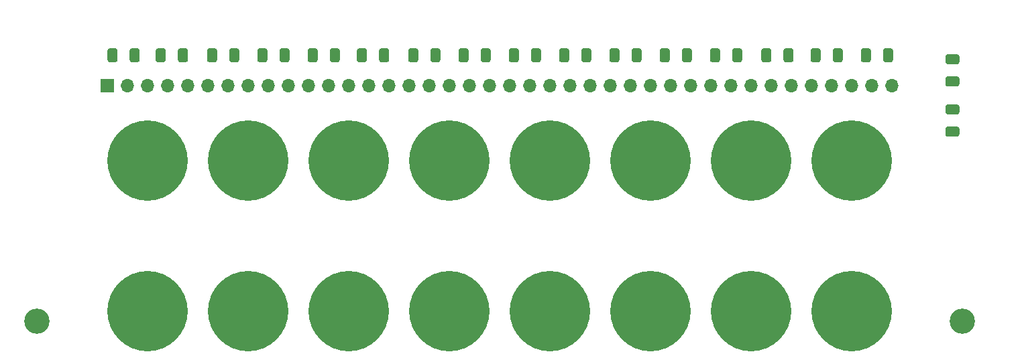
<source format=gbr>
G04 #@! TF.GenerationSoftware,KiCad,Pcbnew,5.1.8+dfsg1-1+b1*
G04 #@! TF.CreationDate,2021-05-07T11:53:53-05:00*
G04 #@! TF.ProjectId,front-panel,66726f6e-742d-4706-916e-656c2e6b6963,A*
G04 #@! TF.SameCoordinates,Original*
G04 #@! TF.FileFunction,Soldermask,Top*
G04 #@! TF.FilePolarity,Negative*
%FSLAX46Y46*%
G04 Gerber Fmt 4.6, Leading zero omitted, Abs format (unit mm)*
G04 Created by KiCad (PCBNEW 5.1.8+dfsg1-1+b1) date 2021-05-07 11:53:53*
%MOMM*%
%LPD*%
G01*
G04 APERTURE LIST*
%ADD10C,3.200000*%
%ADD11C,10.160000*%
%ADD12O,1.700000X1.700000*%
%ADD13R,1.700000X1.700000*%
G04 APERTURE END LIST*
D10*
X172720000Y-106045000D03*
X55880000Y-106045000D03*
D11*
X133350000Y-104775000D03*
G36*
G01*
X170825000Y-75070000D02*
X172075000Y-75070000D01*
G75*
G02*
X172325000Y-75320000I0J-250000D01*
G01*
X172325000Y-76070000D01*
G75*
G02*
X172075000Y-76320000I-250000J0D01*
G01*
X170825000Y-76320000D01*
G75*
G02*
X170575000Y-76070000I0J250000D01*
G01*
X170575000Y-75320000D01*
G75*
G02*
X170825000Y-75070000I250000J0D01*
G01*
G37*
G36*
G01*
X170825000Y-72270000D02*
X172075000Y-72270000D01*
G75*
G02*
X172325000Y-72520000I0J-250000D01*
G01*
X172325000Y-73270000D01*
G75*
G02*
X172075000Y-73520000I-250000J0D01*
G01*
X170825000Y-73520000D01*
G75*
G02*
X170575000Y-73270000I0J250000D01*
G01*
X170575000Y-72520000D01*
G75*
G02*
X170825000Y-72270000I250000J0D01*
G01*
G37*
G36*
G01*
X172075000Y-79870000D02*
X170825000Y-79870000D01*
G75*
G02*
X170575000Y-79620000I0J250000D01*
G01*
X170575000Y-78870000D01*
G75*
G02*
X170825000Y-78620000I250000J0D01*
G01*
X172075000Y-78620000D01*
G75*
G02*
X172325000Y-78870000I0J-250000D01*
G01*
X172325000Y-79620000D01*
G75*
G02*
X172075000Y-79870000I-250000J0D01*
G01*
G37*
G36*
G01*
X172075000Y-82670000D02*
X170825000Y-82670000D01*
G75*
G02*
X170575000Y-82420000I0J250000D01*
G01*
X170575000Y-81670000D01*
G75*
G02*
X170825000Y-81420000I250000J0D01*
G01*
X172075000Y-81420000D01*
G75*
G02*
X172325000Y-81670000I0J-250000D01*
G01*
X172325000Y-82420000D01*
G75*
G02*
X172075000Y-82670000I-250000J0D01*
G01*
G37*
X158750000Y-85725000D03*
X133350000Y-85725000D03*
X107950000Y-85725000D03*
X82550000Y-85725000D03*
X146050000Y-85725000D03*
X120650000Y-85725000D03*
X95250000Y-85725000D03*
X69850000Y-85725000D03*
X158750000Y-104775000D03*
X107950000Y-104775000D03*
X82550000Y-104775000D03*
X146050000Y-104775000D03*
X120650000Y-104775000D03*
X95250000Y-104775000D03*
X69850000Y-104775000D03*
G36*
G01*
X156350000Y-73015000D02*
X156350000Y-71765000D01*
G75*
G02*
X156600000Y-71515000I250000J0D01*
G01*
X157350000Y-71515000D01*
G75*
G02*
X157600000Y-71765000I0J-250000D01*
G01*
X157600000Y-73015000D01*
G75*
G02*
X157350000Y-73265000I-250000J0D01*
G01*
X156600000Y-73265000D01*
G75*
G02*
X156350000Y-73015000I0J250000D01*
G01*
G37*
G36*
G01*
X153550000Y-73015000D02*
X153550000Y-71765000D01*
G75*
G02*
X153800000Y-71515000I250000J0D01*
G01*
X154550000Y-71515000D01*
G75*
G02*
X154800000Y-71765000I0J-250000D01*
G01*
X154800000Y-73015000D01*
G75*
G02*
X154550000Y-73265000I-250000J0D01*
G01*
X153800000Y-73265000D01*
G75*
G02*
X153550000Y-73015000I0J250000D01*
G01*
G37*
G36*
G01*
X130950000Y-73015000D02*
X130950000Y-71765000D01*
G75*
G02*
X131200000Y-71515000I250000J0D01*
G01*
X131950000Y-71515000D01*
G75*
G02*
X132200000Y-71765000I0J-250000D01*
G01*
X132200000Y-73015000D01*
G75*
G02*
X131950000Y-73265000I-250000J0D01*
G01*
X131200000Y-73265000D01*
G75*
G02*
X130950000Y-73015000I0J250000D01*
G01*
G37*
G36*
G01*
X128150000Y-73015000D02*
X128150000Y-71765000D01*
G75*
G02*
X128400000Y-71515000I250000J0D01*
G01*
X129150000Y-71515000D01*
G75*
G02*
X129400000Y-71765000I0J-250000D01*
G01*
X129400000Y-73015000D01*
G75*
G02*
X129150000Y-73265000I-250000J0D01*
G01*
X128400000Y-73265000D01*
G75*
G02*
X128150000Y-73015000I0J250000D01*
G01*
G37*
G36*
G01*
X105550000Y-73015000D02*
X105550000Y-71765000D01*
G75*
G02*
X105800000Y-71515000I250000J0D01*
G01*
X106550000Y-71515000D01*
G75*
G02*
X106800000Y-71765000I0J-250000D01*
G01*
X106800000Y-73015000D01*
G75*
G02*
X106550000Y-73265000I-250000J0D01*
G01*
X105800000Y-73265000D01*
G75*
G02*
X105550000Y-73015000I0J250000D01*
G01*
G37*
G36*
G01*
X102750000Y-73015000D02*
X102750000Y-71765000D01*
G75*
G02*
X103000000Y-71515000I250000J0D01*
G01*
X103750000Y-71515000D01*
G75*
G02*
X104000000Y-71765000I0J-250000D01*
G01*
X104000000Y-73015000D01*
G75*
G02*
X103750000Y-73265000I-250000J0D01*
G01*
X103000000Y-73265000D01*
G75*
G02*
X102750000Y-73015000I0J250000D01*
G01*
G37*
G36*
G01*
X80150000Y-73015000D02*
X80150000Y-71765000D01*
G75*
G02*
X80400000Y-71515000I250000J0D01*
G01*
X81150000Y-71515000D01*
G75*
G02*
X81400000Y-71765000I0J-250000D01*
G01*
X81400000Y-73015000D01*
G75*
G02*
X81150000Y-73265000I-250000J0D01*
G01*
X80400000Y-73265000D01*
G75*
G02*
X80150000Y-73015000I0J250000D01*
G01*
G37*
G36*
G01*
X77350000Y-73015000D02*
X77350000Y-71765000D01*
G75*
G02*
X77600000Y-71515000I250000J0D01*
G01*
X78350000Y-71515000D01*
G75*
G02*
X78600000Y-71765000I0J-250000D01*
G01*
X78600000Y-73015000D01*
G75*
G02*
X78350000Y-73265000I-250000J0D01*
G01*
X77600000Y-73265000D01*
G75*
G02*
X77350000Y-73015000I0J250000D01*
G01*
G37*
G36*
G01*
X143650000Y-73015000D02*
X143650000Y-71765000D01*
G75*
G02*
X143900000Y-71515000I250000J0D01*
G01*
X144650000Y-71515000D01*
G75*
G02*
X144900000Y-71765000I0J-250000D01*
G01*
X144900000Y-73015000D01*
G75*
G02*
X144650000Y-73265000I-250000J0D01*
G01*
X143900000Y-73265000D01*
G75*
G02*
X143650000Y-73015000I0J250000D01*
G01*
G37*
G36*
G01*
X140850000Y-73015000D02*
X140850000Y-71765000D01*
G75*
G02*
X141100000Y-71515000I250000J0D01*
G01*
X141850000Y-71515000D01*
G75*
G02*
X142100000Y-71765000I0J-250000D01*
G01*
X142100000Y-73015000D01*
G75*
G02*
X141850000Y-73265000I-250000J0D01*
G01*
X141100000Y-73265000D01*
G75*
G02*
X140850000Y-73015000I0J250000D01*
G01*
G37*
G36*
G01*
X118250000Y-73015000D02*
X118250000Y-71765000D01*
G75*
G02*
X118500000Y-71515000I250000J0D01*
G01*
X119250000Y-71515000D01*
G75*
G02*
X119500000Y-71765000I0J-250000D01*
G01*
X119500000Y-73015000D01*
G75*
G02*
X119250000Y-73265000I-250000J0D01*
G01*
X118500000Y-73265000D01*
G75*
G02*
X118250000Y-73015000I0J250000D01*
G01*
G37*
G36*
G01*
X115450000Y-73015000D02*
X115450000Y-71765000D01*
G75*
G02*
X115700000Y-71515000I250000J0D01*
G01*
X116450000Y-71515000D01*
G75*
G02*
X116700000Y-71765000I0J-250000D01*
G01*
X116700000Y-73015000D01*
G75*
G02*
X116450000Y-73265000I-250000J0D01*
G01*
X115700000Y-73265000D01*
G75*
G02*
X115450000Y-73015000I0J250000D01*
G01*
G37*
G36*
G01*
X92850000Y-73015000D02*
X92850000Y-71765000D01*
G75*
G02*
X93100000Y-71515000I250000J0D01*
G01*
X93850000Y-71515000D01*
G75*
G02*
X94100000Y-71765000I0J-250000D01*
G01*
X94100000Y-73015000D01*
G75*
G02*
X93850000Y-73265000I-250000J0D01*
G01*
X93100000Y-73265000D01*
G75*
G02*
X92850000Y-73015000I0J250000D01*
G01*
G37*
G36*
G01*
X90050000Y-73015000D02*
X90050000Y-71765000D01*
G75*
G02*
X90300000Y-71515000I250000J0D01*
G01*
X91050000Y-71515000D01*
G75*
G02*
X91300000Y-71765000I0J-250000D01*
G01*
X91300000Y-73015000D01*
G75*
G02*
X91050000Y-73265000I-250000J0D01*
G01*
X90300000Y-73265000D01*
G75*
G02*
X90050000Y-73015000I0J250000D01*
G01*
G37*
G36*
G01*
X67580000Y-73015000D02*
X67580000Y-71765000D01*
G75*
G02*
X67830000Y-71515000I250000J0D01*
G01*
X68580000Y-71515000D01*
G75*
G02*
X68830000Y-71765000I0J-250000D01*
G01*
X68830000Y-73015000D01*
G75*
G02*
X68580000Y-73265000I-250000J0D01*
G01*
X67830000Y-73265000D01*
G75*
G02*
X67580000Y-73015000I0J250000D01*
G01*
G37*
G36*
G01*
X64780000Y-73015000D02*
X64780000Y-71765000D01*
G75*
G02*
X65030000Y-71515000I250000J0D01*
G01*
X65780000Y-71515000D01*
G75*
G02*
X66030000Y-71765000I0J-250000D01*
G01*
X66030000Y-73015000D01*
G75*
G02*
X65780000Y-73265000I-250000J0D01*
G01*
X65030000Y-73265000D01*
G75*
G02*
X64780000Y-73015000I0J250000D01*
G01*
G37*
D12*
X163830000Y-76200000D03*
X161290000Y-76200000D03*
X158750000Y-76200000D03*
X156210000Y-76200000D03*
X153670000Y-76200000D03*
X151130000Y-76200000D03*
X148590000Y-76200000D03*
X146050000Y-76200000D03*
X143510000Y-76200000D03*
X140970000Y-76200000D03*
X138430000Y-76200000D03*
X135890000Y-76200000D03*
X133350000Y-76200000D03*
X130810000Y-76200000D03*
X128270000Y-76200000D03*
X125730000Y-76200000D03*
X123190000Y-76200000D03*
X120650000Y-76200000D03*
X118110000Y-76200000D03*
X115570000Y-76200000D03*
X113030000Y-76200000D03*
X110490000Y-76200000D03*
X107950000Y-76200000D03*
X105410000Y-76200000D03*
X102870000Y-76200000D03*
X100330000Y-76200000D03*
X97790000Y-76200000D03*
X95250000Y-76200000D03*
X92710000Y-76200000D03*
X90170000Y-76200000D03*
X87630000Y-76200000D03*
X85090000Y-76200000D03*
X82550000Y-76200000D03*
X80010000Y-76200000D03*
X77470000Y-76200000D03*
X74930000Y-76200000D03*
X72390000Y-76200000D03*
X69850000Y-76200000D03*
X67310000Y-76200000D03*
D13*
X64770000Y-76200000D03*
G36*
G01*
X161150000Y-71765000D02*
X161150000Y-73015000D01*
G75*
G02*
X160900000Y-73265000I-250000J0D01*
G01*
X160150000Y-73265000D01*
G75*
G02*
X159900000Y-73015000I0J250000D01*
G01*
X159900000Y-71765000D01*
G75*
G02*
X160150000Y-71515000I250000J0D01*
G01*
X160900000Y-71515000D01*
G75*
G02*
X161150000Y-71765000I0J-250000D01*
G01*
G37*
G36*
G01*
X163950000Y-71765000D02*
X163950000Y-73015000D01*
G75*
G02*
X163700000Y-73265000I-250000J0D01*
G01*
X162950000Y-73265000D01*
G75*
G02*
X162700000Y-73015000I0J250000D01*
G01*
X162700000Y-71765000D01*
G75*
G02*
X162950000Y-71515000I250000J0D01*
G01*
X163700000Y-71515000D01*
G75*
G02*
X163950000Y-71765000I0J-250000D01*
G01*
G37*
G36*
G01*
X135750000Y-71765000D02*
X135750000Y-73015000D01*
G75*
G02*
X135500000Y-73265000I-250000J0D01*
G01*
X134750000Y-73265000D01*
G75*
G02*
X134500000Y-73015000I0J250000D01*
G01*
X134500000Y-71765000D01*
G75*
G02*
X134750000Y-71515000I250000J0D01*
G01*
X135500000Y-71515000D01*
G75*
G02*
X135750000Y-71765000I0J-250000D01*
G01*
G37*
G36*
G01*
X138550000Y-71765000D02*
X138550000Y-73015000D01*
G75*
G02*
X138300000Y-73265000I-250000J0D01*
G01*
X137550000Y-73265000D01*
G75*
G02*
X137300000Y-73015000I0J250000D01*
G01*
X137300000Y-71765000D01*
G75*
G02*
X137550000Y-71515000I250000J0D01*
G01*
X138300000Y-71515000D01*
G75*
G02*
X138550000Y-71765000I0J-250000D01*
G01*
G37*
G36*
G01*
X110350000Y-71765000D02*
X110350000Y-73015000D01*
G75*
G02*
X110100000Y-73265000I-250000J0D01*
G01*
X109350000Y-73265000D01*
G75*
G02*
X109100000Y-73015000I0J250000D01*
G01*
X109100000Y-71765000D01*
G75*
G02*
X109350000Y-71515000I250000J0D01*
G01*
X110100000Y-71515000D01*
G75*
G02*
X110350000Y-71765000I0J-250000D01*
G01*
G37*
G36*
G01*
X113150000Y-71765000D02*
X113150000Y-73015000D01*
G75*
G02*
X112900000Y-73265000I-250000J0D01*
G01*
X112150000Y-73265000D01*
G75*
G02*
X111900000Y-73015000I0J250000D01*
G01*
X111900000Y-71765000D01*
G75*
G02*
X112150000Y-71515000I250000J0D01*
G01*
X112900000Y-71515000D01*
G75*
G02*
X113150000Y-71765000I0J-250000D01*
G01*
G37*
G36*
G01*
X84950000Y-71765000D02*
X84950000Y-73015000D01*
G75*
G02*
X84700000Y-73265000I-250000J0D01*
G01*
X83950000Y-73265000D01*
G75*
G02*
X83700000Y-73015000I0J250000D01*
G01*
X83700000Y-71765000D01*
G75*
G02*
X83950000Y-71515000I250000J0D01*
G01*
X84700000Y-71515000D01*
G75*
G02*
X84950000Y-71765000I0J-250000D01*
G01*
G37*
G36*
G01*
X87750000Y-71765000D02*
X87750000Y-73015000D01*
G75*
G02*
X87500000Y-73265000I-250000J0D01*
G01*
X86750000Y-73265000D01*
G75*
G02*
X86500000Y-73015000I0J250000D01*
G01*
X86500000Y-71765000D01*
G75*
G02*
X86750000Y-71515000I250000J0D01*
G01*
X87500000Y-71515000D01*
G75*
G02*
X87750000Y-71765000I0J-250000D01*
G01*
G37*
G36*
G01*
X148580000Y-71765000D02*
X148580000Y-73015000D01*
G75*
G02*
X148330000Y-73265000I-250000J0D01*
G01*
X147580000Y-73265000D01*
G75*
G02*
X147330000Y-73015000I0J250000D01*
G01*
X147330000Y-71765000D01*
G75*
G02*
X147580000Y-71515000I250000J0D01*
G01*
X148330000Y-71515000D01*
G75*
G02*
X148580000Y-71765000I0J-250000D01*
G01*
G37*
G36*
G01*
X151380000Y-71765000D02*
X151380000Y-73015000D01*
G75*
G02*
X151130000Y-73265000I-250000J0D01*
G01*
X150380000Y-73265000D01*
G75*
G02*
X150130000Y-73015000I0J250000D01*
G01*
X150130000Y-71765000D01*
G75*
G02*
X150380000Y-71515000I250000J0D01*
G01*
X151130000Y-71515000D01*
G75*
G02*
X151380000Y-71765000I0J-250000D01*
G01*
G37*
G36*
G01*
X123050000Y-71765000D02*
X123050000Y-73015000D01*
G75*
G02*
X122800000Y-73265000I-250000J0D01*
G01*
X122050000Y-73265000D01*
G75*
G02*
X121800000Y-73015000I0J250000D01*
G01*
X121800000Y-71765000D01*
G75*
G02*
X122050000Y-71515000I250000J0D01*
G01*
X122800000Y-71515000D01*
G75*
G02*
X123050000Y-71765000I0J-250000D01*
G01*
G37*
G36*
G01*
X125850000Y-71765000D02*
X125850000Y-73015000D01*
G75*
G02*
X125600000Y-73265000I-250000J0D01*
G01*
X124850000Y-73265000D01*
G75*
G02*
X124600000Y-73015000I0J250000D01*
G01*
X124600000Y-71765000D01*
G75*
G02*
X124850000Y-71515000I250000J0D01*
G01*
X125600000Y-71515000D01*
G75*
G02*
X125850000Y-71765000I0J-250000D01*
G01*
G37*
G36*
G01*
X97520000Y-71765000D02*
X97520000Y-73015000D01*
G75*
G02*
X97270000Y-73265000I-250000J0D01*
G01*
X96520000Y-73265000D01*
G75*
G02*
X96270000Y-73015000I0J250000D01*
G01*
X96270000Y-71765000D01*
G75*
G02*
X96520000Y-71515000I250000J0D01*
G01*
X97270000Y-71515000D01*
G75*
G02*
X97520000Y-71765000I0J-250000D01*
G01*
G37*
G36*
G01*
X100320000Y-71765000D02*
X100320000Y-73015000D01*
G75*
G02*
X100070000Y-73265000I-250000J0D01*
G01*
X99320000Y-73265000D01*
G75*
G02*
X99070000Y-73015000I0J250000D01*
G01*
X99070000Y-71765000D01*
G75*
G02*
X99320000Y-71515000I250000J0D01*
G01*
X100070000Y-71515000D01*
G75*
G02*
X100320000Y-71765000I0J-250000D01*
G01*
G37*
G36*
G01*
X72120000Y-71765000D02*
X72120000Y-73015000D01*
G75*
G02*
X71870000Y-73265000I-250000J0D01*
G01*
X71120000Y-73265000D01*
G75*
G02*
X70870000Y-73015000I0J250000D01*
G01*
X70870000Y-71765000D01*
G75*
G02*
X71120000Y-71515000I250000J0D01*
G01*
X71870000Y-71515000D01*
G75*
G02*
X72120000Y-71765000I0J-250000D01*
G01*
G37*
G36*
G01*
X74920000Y-71765000D02*
X74920000Y-73015000D01*
G75*
G02*
X74670000Y-73265000I-250000J0D01*
G01*
X73920000Y-73265000D01*
G75*
G02*
X73670000Y-73015000I0J250000D01*
G01*
X73670000Y-71765000D01*
G75*
G02*
X73920000Y-71515000I250000J0D01*
G01*
X74670000Y-71515000D01*
G75*
G02*
X74920000Y-71765000I0J-250000D01*
G01*
G37*
M02*

</source>
